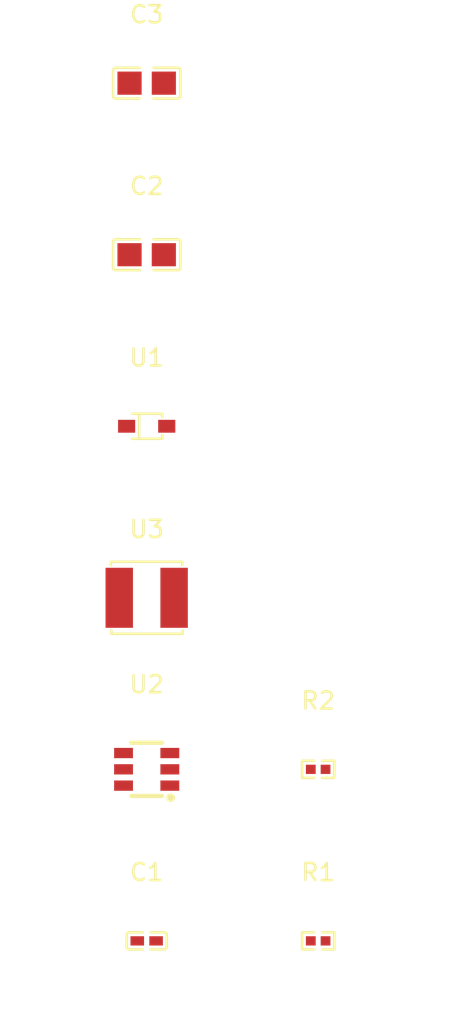
<source format=kicad_pcb>
(kicad_pcb (version 20241229) (generator "atopile") (generator_version "0.3.24")
  (layers (0 "F.Cu" signal) (31 "B.Cu" signal) (34 "B.Paste" user) (35 "F.Paste" user) (36 "B.SilkS" user "B.Silkscreen") (37 "F.SilkS" user "F.Silkscreen") (38 "B.Mask" user) (39 "F.Mask" user) (44 "Edge.Cuts" user))
  (net 0 "")
  (net 1 "CB")
  (net 2 "gnd")
  (net 3 "FB")
  (net 4 "hv-1")
  (net 5 "SW")
  (net 6 "gnd-1")
  (net 7 "hv")
  (footprint "atopile:C0402-b3ef17" (layer "F.Cu") (at 0 0 0)
    (property "Reference" "C1" (at 0 -4 0) (layer "F.SilkS") (hide no))
    (property "Value" "470nF ±20% 16V X5R")
    (fp_line (start 1.02 -0.5) (end 0.23 -0.5) (stroke (width 0.15)) (layer "F.SilkS"))
    (fp_line (start 0.23 0.5) (end 1.02 0.5) (stroke (width 0.15)) (layer "F.SilkS"))
    (fp_line (start 1.17 0.35) (end 1.17 -0.35) (stroke (width 0.15)) (layer "F.SilkS"))
    (fp_line (start -1.02 -0.5) (end -0.23 -0.5) (stroke (width 0.15)) (layer "F.SilkS"))
    (fp_line (start -0.23 0.5) (end -1.02 0.5) (stroke (width 0.15)) (layer "F.SilkS"))
    (fp_line (start -1.17 0.35) (end -1.17 -0.35) (stroke (width 0.15)) (layer "F.SilkS"))
    (fp_arc (start 1.17 0.35) (mid 1.1260660171779822 0.456066017177982) (end 1.02 0.4999999999999999) (stroke (width 0.15)) (layer "F.SilkS"))
    (fp_arc (start 1.02 -0.5) (mid 1.1260660171779822 -0.4560660171779821) (end 1.17 -0.35) (stroke (width 0.15)) (layer "F.SilkS"))
    (fp_arc (start -1.17 0.35) (mid -1.1260660171779822 0.456066017177982) (end -1.02 0.4999999999999999) (stroke (width 0.15)) (layer "F.SilkS"))
    (fp_arc (start -1.02 -0.5) (mid -1.1260660171779822 -0.4560660171779821) (end -1.17 -0.35) (stroke (width 0.15)) (layer "F.SilkS"))
    (fp_text user "${REFERENCE}" (at 0 -4 0) (layer "F.SilkS"))
    (pad "2" smd rect (at 0.55 0 0) (size 0.79 0.54) (layers "F.Cu" "F.Paste" "F.Mask") (net 5 "SW"))
    (pad "1" smd rect (at -0.55 0 0) (size 0.79 0.54) (layers "F.Cu" "F.Paste" "F.Mask") (net 1 "CB"))
  )
  (footprint "lib:SOT-23-6_L2.9-W1.6-P0.95-LS2.8-BR" (layer "F.Cu") (at 0 -10 0)
    (property "Reference" "U2" (at 0 -4.95 0) (layer "F.SilkS") (hide no))
    (property "Value" "")
    (fp_line (start -0.9 -1.55) (end 0.9 -1.55) (stroke (width 0.25)) (layer "F.SilkS"))
    (fp_line (start -0.9 1.55) (end 0.9 1.55) (stroke (width 0.25)) (layer "F.SilkS"))
    (fp_circle (center 1.4 1.65) (end 1.53 1.65) (stroke (width 0.25)) (fill no) (layer "F.SilkS"))
    (fp_text user "${REFERENCE}" (at 0 -4.95 0) (layer "F.SilkS"))
    (pad "3" smd rect (at 1.35 -0.95 0) (size 1.1 0.6) (layers "F.Cu" "F.Paste" "F.Mask") (net 3 "FB"))
    (pad "2" smd rect (at 1.35 0 0) (size 1.1 0.6) (layers "F.Cu" "F.Paste" "F.Mask") (net 6 "gnd-1"))
    (pad "1" smd rect (at 1.35 0.95 0) (size 1.1 0.6) (layers "F.Cu" "F.Paste" "F.Mask") (net 1 "CB"))
    (pad "6" smd rect (at -1.35 0.95 0) (size 1.1 0.6) (layers "F.Cu" "F.Paste" "F.Mask") (net 5 "SW"))
    (pad "5" smd rect (at -1.35 0 0) (size 1.1 0.6) (layers "F.Cu" "F.Paste" "F.Mask") (net 7 "hv"))
    (pad "4" smd rect (at -1.35 -0.95 0) (size 1.1 0.6) (layers "F.Cu" "F.Paste" "F.Mask") (net 7 "hv"))
  )
  (footprint "lib:IND-SMD_L4.0-W4.0" (layer "F.Cu") (at 0 -20 0)
    (property "Reference" "U3" (at 0 -4 0) (layer "F.SilkS") (hide no))
    (property "Value" "10µH ±20%")
    (fp_line (start -2.06 1.89) (end -2.06 2.1) (stroke (width 0.15)) (layer "F.SilkS"))
    (fp_line (start -2.06 2.1) (end 2.09 2.1) (stroke (width 0.15)) (layer "F.SilkS"))
    (fp_line (start 2.09 2.1) (end 2.09 1.9) (stroke (width 0.15)) (layer "F.SilkS"))
    (fp_line (start 2.07 -1.9) (end 2.08 -2.1) (stroke (width 0.15)) (layer "F.SilkS"))
    (fp_line (start 2.08 -2.1) (end -2.09 -2.1) (stroke (width 0.15)) (layer "F.SilkS"))
    (fp_line (start -2.09 -2.1) (end -2.09 -1.88) (stroke (width 0.15)) (layer "F.SilkS"))
    (fp_text user "${REFERENCE}" (at 0 -4 0) (layer "F.SilkS"))
    (pad "2" smd rect (at 1.6 0 0) (size 1.6 3.5) (layers "F.Cu" "F.Paste" "F.Mask") (net 4 "hv-1"))
    (pad "1" smd rect (at -1.6 0 0) (size 1.6 3.5) (layers "F.Cu" "F.Paste" "F.Mask") (net 5 "SW"))
  )
  (footprint "lib:SOD-323_L1.8-W1.3-LS2.5-RD" (layer "F.Cu") (at 0 -30 0)
    (property "Reference" "U1" (at 0 -4 0) (layer "F.SilkS") (hide no))
    (property "Value" "")
    (fp_line (start 0.91 0.73) (end 0.91 0.52) (stroke (width 0.15)) (layer "F.SilkS"))
    (fp_line (start 0.91 -0.73) (end 0.91 -0.53) (stroke (width 0.15)) (layer "F.SilkS"))
    (fp_line (start -0.85 -0.73) (end 0.91 -0.73) (stroke (width 0.15)) (layer "F.SilkS"))
    (fp_line (start -0.85 0.73) (end 0.91 0.73) (stroke (width 0.15)) (layer "F.SilkS"))
    (fp_line (start -0.44 -0.73) (end -0.44 0.73) (stroke (width 0.15)) (layer "F.SilkS"))
    (fp_text user "${REFERENCE}" (at 0 -4 0) (layer "F.SilkS"))
    (pad "2" smd rect (at 1.17 0 0) (size 1 0.75) (layers "F.Cu" "F.Paste" "F.Mask") (net 2 "gnd"))
    (pad "1" smd rect (at -1.17 0 0) (size 1 0.75) (layers "F.Cu" "F.Paste" "F.Mask") (net 5 "SW"))
  )
  (footprint "atopile:C0805-3b2e55" (layer "F.Cu") (at 0 -40 0)
    (property "Reference" "C2" (at 0 -4 0) (layer "F.SilkS") (hide no))
    (property "Value" "4.7µF ±10% 25V X5R")
    (fp_line (start 1.81 -0.9) (end 0.4 -0.9) (stroke (width 0.15)) (layer "F.SilkS"))
    (fp_line (start 0.4 0.9) (end 1.81 0.9) (stroke (width 0.15)) (layer "F.SilkS"))
    (fp_line (start 1.96 0.75) (end 1.96 -0.75) (stroke (width 0.15)) (layer "F.SilkS"))
    (fp_line (start -1.81 -0.9) (end -0.4 -0.9) (stroke (width 0.15)) (layer "F.SilkS"))
    (fp_line (start -0.4 0.9) (end -1.81 0.9) (stroke (width 0.15)) (layer "F.SilkS"))
    (fp_line (start -1.96 0.75) (end -1.96 -0.75) (stroke (width 0.15)) (layer "F.SilkS"))
    (fp_arc (start 1.96 0.75) (mid 1.9160660171779822 0.856066017177982) (end 1.81 0.8999999999999999) (stroke (width 0.15)) (layer "F.SilkS"))
    (fp_arc (start 1.81 -0.9) (mid 1.9160660171779822 -0.8560660171779821) (end 1.96 -0.75) (stroke (width 0.15)) (layer "F.SilkS"))
    (fp_arc (start -1.96 0.75) (mid -1.9160660171779822 0.856066017177982) (end -1.81 0.8999999999999999) (stroke (width 0.15)) (layer "F.SilkS"))
    (fp_arc (start -1.81 -0.9) (mid -1.9160660171779822 -0.8560660171779821) (end -1.96 -0.75) (stroke (width 0.15)) (layer "F.SilkS"))
    (fp_text user "${REFERENCE}" (at 0 -4 0) (layer "F.SilkS"))
    (pad "2" smd rect (at 1 0 0) (size 1.41 1.35) (layers "F.Cu" "F.Paste" "F.Mask") (net 6 "gnd-1"))
    (pad "1" smd rect (at -1 0 0) (size 1.41 1.35) (layers "F.Cu" "F.Paste" "F.Mask") (net 7 "hv"))
  )
  (footprint "atopile:C0805-3b2e55" (layer "F.Cu") (at 0 -50 0)
    (property "Reference" "C3" (at 0 -4 0) (layer "F.SilkS") (hide no))
    (property "Value" "10µF ±10% 25V X5R")
    (fp_line (start 1.81 -0.9) (end 0.4 -0.9) (stroke (width 0.15)) (layer "F.SilkS"))
    (fp_line (start 0.4 0.9) (end 1.81 0.9) (stroke (width 0.15)) (layer "F.SilkS"))
    (fp_line (start 1.96 0.75) (end 1.96 -0.75) (stroke (width 0.15)) (layer "F.SilkS"))
    (fp_line (start -1.81 -0.9) (end -0.4 -0.9) (stroke (width 0.15)) (layer "F.SilkS"))
    (fp_line (start -0.4 0.9) (end -1.81 0.9) (stroke (width 0.15)) (layer "F.SilkS"))
    (fp_line (start -1.96 0.75) (end -1.96 -0.75) (stroke (width 0.15)) (layer "F.SilkS"))
    (fp_arc (start 1.96 0.75) (mid 1.9160660171779822 0.856066017177982) (end 1.81 0.8999999999999999) (stroke (width 0.15)) (layer "F.SilkS"))
    (fp_arc (start 1.81 -0.9) (mid 1.9160660171779822 -0.8560660171779821) (end 1.96 -0.75) (stroke (width 0.15)) (layer "F.SilkS"))
    (fp_arc (start -1.96 0.75) (mid -1.9160660171779822 0.856066017177982) (end -1.81 0.8999999999999999) (stroke (width 0.15)) (layer "F.SilkS"))
    (fp_arc (start -1.81 -0.9) (mid -1.9160660171779822 -0.8560660171779821) (end -1.96 -0.75) (stroke (width 0.15)) (layer "F.SilkS"))
    (fp_text user "${REFERENCE}" (at 0 -4 0) (layer "F.SilkS"))
    (pad "2" smd rect (at 1 0 0) (size 1.41 1.35) (layers "F.Cu" "F.Paste" "F.Mask") (net 2 "gnd"))
    (pad "1" smd rect (at -1 0 0) (size 1.41 1.35) (layers "F.Cu" "F.Paste" "F.Mask") (net 4 "hv-1"))
  )
  (footprint "atopile:R0402-56259e" (layer "F.Cu") (at 10 0 0)
    (property "Reference" "R1" (at 0 -4 0) (layer "F.SilkS") (hide no))
    (property "Value" "10kΩ ±0% 62.5mW")
    (fp_line (start -0.23 0.5) (end -0.94 0.5) (stroke (width 0.15)) (layer "F.SilkS"))
    (fp_line (start -0.94 0.5) (end -0.94 -0.5) (stroke (width 0.15)) (layer "F.SilkS"))
    (fp_line (start -0.94 -0.5) (end -0.23 -0.5) (stroke (width 0.15)) (layer "F.SilkS"))
    (fp_line (start 0.23 0.5) (end 0.94 0.5) (stroke (width 0.15)) (layer "F.SilkS"))
    (fp_line (start 0.94 0.5) (end 0.94 -0.5) (stroke (width 0.15)) (layer "F.SilkS"))
    (fp_line (start 0.94 -0.5) (end 0.23 -0.5) (stroke (width 0.15)) (layer "F.SilkS"))
    (fp_text user "${REFERENCE}" (at 0 -4 0) (layer "F.SilkS"))
    (pad "2" smd rect (at 0.43 0 0) (size 0.57 0.54) (layers "F.Cu" "F.Paste" "F.Mask") (net 2 "gnd"))
    (pad "1" smd rect (at -0.43 0 0) (size 0.57 0.54) (layers "F.Cu" "F.Paste" "F.Mask") (net 3 "FB"))
  )
  (footprint "atopile:R0402-56259e" (layer "F.Cu") (at 10 -10 0)
    (property "Reference" "R2" (at 0 -4 0) (layer "F.SilkS") (hide no))
    (property "Value" "100kΩ ±1% 62.5mW")
    (fp_line (start -0.23 0.5) (end -0.94 0.5) (stroke (width 0.15)) (layer "F.SilkS"))
    (fp_line (start -0.94 0.5) (end -0.94 -0.5) (stroke (width 0.15)) (layer "F.SilkS"))
    (fp_line (start -0.94 -0.5) (end -0.23 -0.5) (stroke (width 0.15)) (layer "F.SilkS"))
    (fp_line (start 0.23 0.5) (end 0.94 0.5) (stroke (width 0.15)) (layer "F.SilkS"))
    (fp_line (start 0.94 0.5) (end 0.94 -0.5) (stroke (width 0.15)) (layer "F.SilkS"))
    (fp_line (start 0.94 -0.5) (end 0.23 -0.5) (stroke (width 0.15)) (layer "F.SilkS"))
    (fp_text user "${REFERENCE}" (at 0 -4 0) (layer "F.SilkS"))
    (pad "2" smd rect (at 0.43 0 0) (size 0.57 0.54) (layers "F.Cu" "F.Paste" "F.Mask") (net 3 "FB"))
    (pad "1" smd rect (at -0.43 0 0) (size 0.57 0.54) (layers "F.Cu" "F.Paste" "F.Mask") (net 4 "hv-1"))
  )
)
</source>
